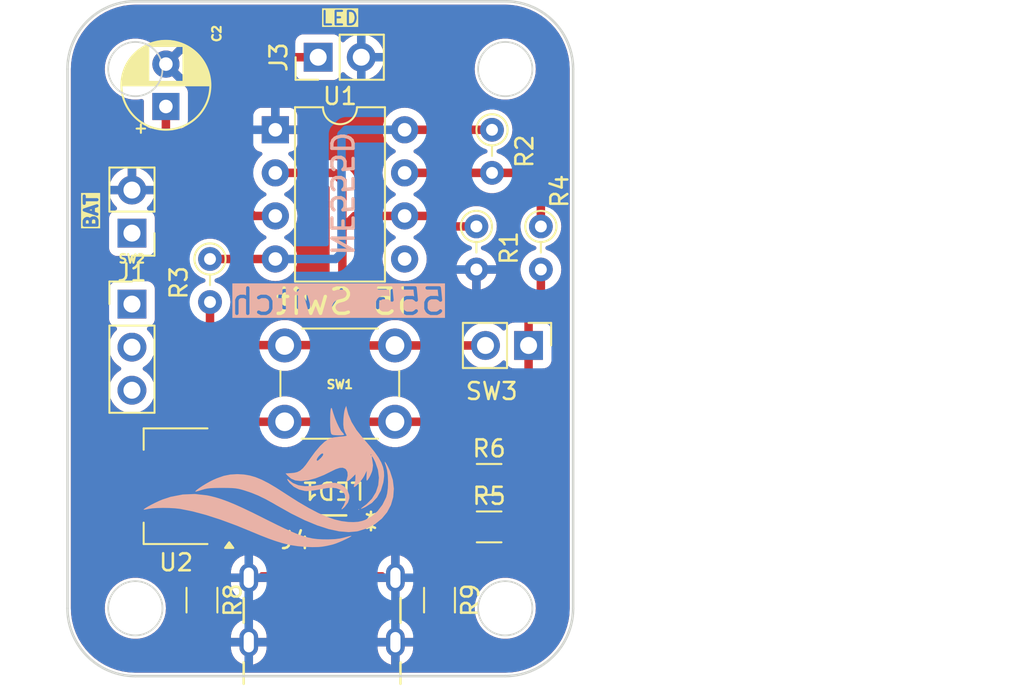
<source format=kicad_pcb>
(kicad_pcb (version 20240108) (generator "pcbnew") (generator_version "8.0")
  (layers (0 "F.Cu" signal) (31 "B.Cu" signal) (34 "B.Paste" user) (35 "F.Paste" user) (36 "B.SilkS" user "B.Silkscreen") (37 "F.SilkS" user "F.Silkscreen") (38 "B.Mask" user) (39 "F.Mask" user) (44 "Edge.Cuts" user))
  (net 0 "")
  (net 1 "Net-(C2-Pad1)")
  (net 2 "GND")
  (net 3 "Net-(U1-THR)")
  (net 4 "/VBAT")
  (net 5 "Net-(U1-DIS)")
  (net 7 "Net-(J4-CC1)")
  (net 8 "/VUSB")
  (net 9 "Net-(J3-Pin_1)")
  (net 10 "Net-(J4-CC2)")
  (net 11 "Net-(LED1-GND-Pad4)")
  (net 12 "/3V3")
  (net 13 "Net-(LED1-GND-Pad1)")
  (net 14 "VCC")
  (footprint "Package_TO_SOT_SMD:SOT-223-3_TabPin2" (layer "F.Cu") (at 116 115 180)
    (property "Reference" "U2" (at 0 -4.5 0) (layer "F.SilkS"))
    (property "Value" "AMS1117-3V3")
    (fp_line (start 1.91 3.41) (end 1.91 2.15) (stroke (width 0.12)) (layer "F.SilkS"))
    (fp_line (start 1.91 -3.41) (end 1.91 -2.15) (stroke (width 0.12)) (layer "F.SilkS"))
    (fp_line (start -1.85 3.41) (end 1.91 3.41) (stroke (width 0.12)) (layer "F.SilkS"))
    (fp_line (start -1.85 -3.41) (end 1.91 -3.41) (stroke (width 0.12)) (layer "F.SilkS"))
    (fp_poly (pts (xy -3.13 -3.31) (xy -3.37 -3.64) (xy -2.89 -3.64) (xy -3.13 -3.31)) (stroke (width 0.12)) (fill solid) (layer "F.SilkS"))
    (pad "1" smd roundrect (at -3.15 -2.3 180) (size 2 1.5) (layers "F.Cu" "F.Paste" "F.Mask") (net 8 "/VUSB"))
    (pad "2" smd roundrect (at -3.15 0 180) (size 2 1.5) (layers "F.Cu" "F.Paste" "F.Mask") (net 2 "GND"))
    (pad "2" smd roundrect (at 3.15 0 180) (size 2 3.8) (layers "F.Cu" "F.Paste" "F.Mask") (net 2 "GND"))
    (pad "3" smd roundrect (at -3.15 2.3 180) (size 2 1.5) (layers "F.Cu" "F.Paste" "F.Mask") (net 12 "/3V3"))
  )
  (footprint "Capacitor_THT:CP_Radial_D5.0mm_P2.50mm" (layer "F.Cu") (at 115.4 92.605113 90)
    (property "Reference" "C2" (at 4.3 3 -90) (layer "F.SilkS") (effects (font (size 0.5 0.5) (thickness 0.125))))
    (property "Value" "10uF")
    (fp_line (start 1.29 -2.58) (end 1.29 2.58) (stroke (width 0.12)) (layer "F.SilkS"))
    (fp_line (start 1.25 -2.58) (end 1.25 2.58) (stroke (width 0.12)) (layer "F.SilkS"))
    (fp_line (start 1.33 -2.579) (end 1.33 2.579) (stroke (width 0.12)) (layer "F.SilkS"))
    (fp_line (start 1.37 -2.578) (end 1.37 2.578) (stroke (width 0.12)) (layer "F.SilkS"))
    (fp_line (start 1.41 -2.576) (end 1.41 2.576) (stroke (width 0.12)) (layer "F.SilkS"))
    (fp_line (start 1.45 -2.573) (end 1.45 2.573) (stroke (width 0.12)) (layer "F.SilkS"))
    (fp_line (start 1.49 -2.569) (end 1.49 -1.04) (stroke (width 0.12)) (layer "F.SilkS"))
    (fp_line (start 1.53 -2.565) (end 1.53 -1.04) (stroke (width 0.12)) (layer "F.SilkS"))
    (fp_line (start 1.57 -2.561) (end 1.57 -1.04) (stroke (width 0.12)) (layer "F.SilkS"))
    (fp_line (start 1.61 -2.556) (end 1.61 -1.04) (stroke (width 0.12)) (layer "F.SilkS"))
    (fp_line (start 1.65 -2.55) (end 1.65 -1.04) (stroke (width 0.12)) (layer "F.SilkS"))
    (fp_line (start 1.69 -2.543) (end 1.69 -1.04) (stroke (width 0.12)) (layer "F.SilkS"))
    (fp_line (start 1.73 -2.536) (end 1.73 -1.04) (stroke (width 0.12)) (layer "F.SilkS"))
    (fp_line (start 1.77 -2.528) (end 1.77 -1.04) (stroke (width 0.12)) (layer "F.SilkS"))
    (fp_line (start 1.81 -2.52) (end 1.81 -1.04) (stroke (width 0.12)) (layer "F.SilkS"))
    (fp_line (start 1.85 -2.511) (end 1.85 -1.04) (stroke (width 0.12)) (layer "F.SilkS"))
    (fp_line (start 1.89 -2.501) (end 1.89 -1.04) (stroke (width 0.12)) (layer "F.SilkS"))
    (fp_line (start 1.93 -2.491) (end 1.93 -1.04) (stroke (width 0.12)) (layer "F.SilkS"))
    (fp_line (start 1.971 -2.48) (end 1.971 -1.04) (stroke (width 0.12)) (layer "F.SilkS"))
    (fp_line (start 2.011 -2.468) (end 2.011 -1.04) (stroke (width 0.12)) (layer "F.SilkS"))
    (fp_line (start 2.051 -2.455) (end 2.051 -1.04) (stroke (width 0.12)) (layer "F.SilkS"))
    (fp_line (start 2.091 -2.442) (end 2.091 -1.04) (stroke (width 0.12)) (layer "F.SilkS"))
    (fp_line (start 2.131 -2.428) (end 2.131 -1.04) (stroke (width 0.12)) (layer "F.SilkS"))
    (fp_line (start 2.171 -2.414) (end 2.171 -1.04) (stroke (width 0.12)) (layer "F.SilkS"))
    (fp_line (start 2.211 -2.398) (end 2.211 -1.04) (stroke (width 0.12)) (layer "F.SilkS"))
    (fp_line (start 2.251 -2.382) (end 2.251 -1.04) (stroke (width 0.12)) (layer "F.SilkS"))
    (fp_line (start 2.291 -2.365) (end 2.291 -1.04) (stroke (width 0.12)) (layer "F.SilkS"))
    (fp_line (start 2.331 -2.348) (end 2.331 -1.04) (stroke (width 0.12)) (layer "F.SilkS"))
    (fp_line (start 2.371 -2.329) (end 2.371 -1.04) (stroke (width 0.12)) (layer "F.SilkS"))
    (fp_line (start 2.411 -2.31) (end 2.411 -1.04) (stroke (width 0.12)) (layer "F.SilkS"))
    (fp_line (start 2.451 -2.29) (end 2.451 -1.04) (stroke (width 0.12)) (layer "F.SilkS"))
    (fp_line (start 2.491 -2.268) (end 2.491 -1.04) (stroke (width 0.12)) (layer "F.SilkS"))
    (fp_line (start 2.531 -2.247) (end 2.531 -1.04) (stroke (width 0.12)) (layer "F.SilkS"))
    (fp_line (start 2.571 -2.224) (end 2.571 -1.04) (stroke (width 0.12)) (layer "F.SilkS"))
    (fp_line (start 2.611 -2.2) (end 2.611 -1.04) (stroke (width 0.12)) (layer "F.SilkS"))
    (fp_line (start 2.651 -2.175) (end 2.651 -1.04) (stroke (width 0.12)) (layer "F.SilkS"))
    (fp_line (start 2.691 -2.149) (end 2.691 -1.04) (stroke (width 0.12)) (layer "F.SilkS"))
    (fp_line (start 2.731 -2.122) (end 2.731 -1.04) (stroke (width 0.12)) (layer "F.SilkS"))
    (fp_line (start 2.771 -2.095) (end 2.771 -1.04) (stroke (width 0.12)) (layer "F.SilkS"))
    (fp_line (start 2.811 -2.065) (end 2.811 -1.04) (stroke (width 0.12)) (layer "F.SilkS"))
    (fp_line (start 2.851 -2.035) (end 2.851 -1.04) (stroke (width 0.12)) (layer "F.SilkS"))
    (fp_line (start 2.891 -2.004) (end 2.891 -1.04) (stroke (width 0.12)) (layer "F.SilkS"))
    (fp_line (start 2.931 -1.971) (end 2.931 -1.04) (stroke (width 0.12)) (layer "F.SilkS"))
    (fp_line (start 2.971 -1.937) (end 2.971 -1.04) (stroke (width 0.12)) (layer "F.SilkS"))
    (fp_line (start 3.011 -1.901) (end 3.011 -1.04) (stroke (width 0.12)) (layer "F.SilkS"))
    (fp_line (start 3.051 -1.864) (end 3.051 -1.04) (stroke (width 0.12)) (layer "F.SilkS"))
    (fp_line (start 3.091 -1.826) (end 3.091 -1.04) (stroke (width 0.12)) (layer "F.SilkS"))
    (fp_line (start 3.131 -1.785) (end 3.131 -1.04) (stroke (width 0.12)) (layer "F.SilkS"))
    (fp_line (start 3.171 -1.743) (end 3.171 -1.04) (stroke (width 0.12)) (layer "F.SilkS"))
    (fp_line (start -1.304775 -1.725) (end -1.304775 -1.225) (stroke (width 0.12)) (layer "F.SilkS"))
    (fp_line (start 3.211 -1.699) (end 3.211 -1.04) (stroke (width 0.12)) (layer "F.SilkS"))
    (fp_line (start 3.251 -1.653) (end 3.251 -1.04) (stroke (width 0.12)) (layer "F.SilkS"))
    (fp_line (start 3.291 -1.605) (end 3.291 -1.04) (stroke (width 0.12)) (layer "F.SilkS"))
    (fp_line (start 3.331 -1.554) (end 3.331 -1.04) (stroke (width 0.12)) (layer "F.SilkS"))
    (fp_line (start 3.371 -1.5) (end 3.371 -1.04) (stroke (width 0.12)) (layer "F.SilkS"))
    (fp_line (start -1.554775 -1.475) (end -1.054775 -1.475) (stroke (width 0.12)) (layer "F.SilkS"))
    (fp_line (start 3.411 -1.443) (end 3.411 -1.04) (stroke (width 0.12)) (layer "F.SilkS"))
    (fp_line (start 3.451 -1.383) (end 3.451 -1.04) (stroke (width 0.12)) (layer "F.SilkS"))
    (fp_line (start 3.491 -1.319) (end 3.491 -1.04) (stroke (width 0.12)) (layer "F.SilkS"))
    (fp_line (start 3.531 -1.251) (end 3.531 -1.04) (stroke (width 0.12)) (layer "F.SilkS"))
    (fp_line (start 3.571 -1.178) (end 3.571 1.178) (stroke (width 0.12)) (layer "F.SilkS"))
    (fp_line (start 3.611 -1.098) (end 3.611 1.098) (stroke (width 0.12)) (layer "F.SilkS"))
    (fp_line (start 3.651 -1.011) (end 3.651 1.011) (stroke (width 0.12)) (layer "F.SilkS"))
    (fp_line (start 3.691 -0.915) (end 3.691 0.915) (stroke (width 0.12)) (layer "F.SilkS"))
    (fp_line (start 3.731 -0.805) (end 3.731 0.805) (stroke (width 0.12)) (layer "F.SilkS"))
    (fp_line (start 3.771 -0.677) (end 3.771 0.677) (stroke (width 0.12)) (layer "F.SilkS"))
    (fp_line (start 3.811 -0.518) (end 3.811 0.518) (stroke (width 0.12)) (layer "F.SilkS"))
    (fp_line (start 3.851 -0.284) (end 3.851 0.284) (stroke (width 0.12)) (layer "F.SilkS"))
    (fp_line (start 3.531 1.04) (end 3.531 1.251) (stroke (width 0.12)) (layer "F.SilkS"))
    (fp_line (start 3.491 1.04) (end 3.491 1.319) (stroke (width 0.12)) (layer "F.SilkS"))
    (fp_line (start 3.451 1.04) (end 3.451 1.383) (stroke (width 0.12)) (layer "F.SilkS"))
    (fp_line (start 3.411 1.04) (end 3.411 1.443) (stroke (width 0.12)) (layer "F.SilkS"))
    (fp_line (start 3.371 1.04) (end 3.371 1.5) (stroke (width 0.12)) (layer "F.SilkS"))
    (fp_line (start 3.331 1.04) (end 3.331 1.554) (stroke (width 0.12)) (layer "F.SilkS"))
    (fp_line (start 3.291 1.04) (end 3.291 1.605) (stroke (width 0.12)) (layer "F.SilkS"))
    (fp_line (start 3.251 1.04) (end 3.251 1.653) (stroke (width 0.12)) (layer "F.SilkS"))
    (fp_line (start 3.211 1.04) (end 3.211 1.699) (stroke (width 0.12)) (layer "F.SilkS"))
    (fp_line (start 3.171 1.04) (end 3.171 1.743) (stroke (width 0.12)) (layer "F.SilkS"))
    (fp_line (start 3.131 1.04) (end 3.131 1.785) (stroke (width 0.12)) (layer "F.SilkS"))
    (fp_line (start 3.091 1.04) (end 3.091 1.826) (stroke (width 0.12)) (layer "F.SilkS"))
    (fp_line (start 3.051 1.04) (end 3.051 1.864) (stroke (width 0.12)) (layer "F.SilkS"))
    (fp_line (start 3.011 1.04) (end 3.011 1.901) (stroke (width 0.12)) (layer "F.SilkS"))
    (fp_line (start 2.971 1.04) (end 2.971 1.937) (stroke (width 0.12)) (layer "F.SilkS"))
    (fp_line (start 2.931 1.04) (end 2.931 1.971) (stroke (width 0.12)) (layer "F.SilkS"))
    (fp_line (start 2.891 1.04) (end 2.891 2.004) (stroke (width 0.12)) (layer "F.SilkS"))
    (fp_line (start 2.851 1.04) (end 2.851 2.035) (stroke (width 0.12)) (layer "F.SilkS"))
    (fp_line (start 2.811 1.04) (end 2.811 2.065) (stroke (width 0.12)) (layer "F.SilkS"))
    (fp_line (start 2.771 1.04) (end 2.771 2.095) (stroke (width 0.12)) (layer "F.SilkS"))
    (fp_line (start 2.731 1.04) (end 2.731 2.122) (stroke (width 0.12)) (layer "F.SilkS"))
    (fp_line (start 2.691 1.04) (end 2.691 2.149) (stroke (width 0.12)) (layer "F.SilkS"))
    (fp_line (start 2.651 1.04) (end 2.651 2.175) (stroke (width 0.12)) (layer "F.SilkS"))
    (fp_line (start 2.611 1.04) (end 2.611 2.2) (stroke (width 0.12)) (layer "F.SilkS"))
    (fp_line (start 2.571 1.04) (end 2.571 2.224) (stroke (width 0.12)) (layer "F.SilkS"))
    (fp_line (start 2.531 1.04) (end 2.531 2.247) (stroke (width 0.12)) (layer "F.SilkS"))
    (fp_line (start 2.491 1.04) (end 2.491 2.268) (stroke (width 0.12)) (layer "F.SilkS"))
    (fp_line (start 2.451 1.04) (end 2.451 2.29) (stroke (width 0.12)) (layer "F.SilkS"))
    (fp_line (start 2.411 1.04) (end 2.411 2.31) (stroke (width 0.12)) (layer "F.SilkS"))
    (fp_line (start 2.371 1.04) (end 2.371 2.329) (stroke (width 0.12)) (layer "F.SilkS"))
    (fp_line (start 2.331 1.04) (end 2.331 2.348) (stroke (width 0.12)) (layer "F.SilkS"))
    (fp_line (start 2.291 1.04) (end 2.291 2.365) (stroke (width 0.12)) (layer "F.SilkS"))
    (fp_line (start 2.251 1.04) (end 2.251 2.382) (stroke (width 0.12)) (layer "F.SilkS"))
    (fp_line (start 2.211 1.04) (end 2.211 2.398) (stroke (width 0.12)) (layer "F.SilkS"))
    (fp_line (start 2.171 1.04) (end 2.171 2.414) (stroke (width 0.12)) (layer "F.SilkS"))
    (fp_line (start 2.131 1.04) (end 2.131 2.428) (stroke (width 0.12)) (layer "F.SilkS"))
    (fp_line (start 2.091 1.04) (end 2.091 2.442) (stroke (width 0.12)) (layer "F.SilkS"))
    (fp_line (start 2.051 1.04) (end 2.051 2.455) (stroke (width 0.12)) (layer "F.SilkS"))
    (fp_line (start 2.011 1.04) (end 2.011 2.468) (stroke (width 0.12)) (layer "F.SilkS"))
    (fp_line (start 1.971 1.04) (end 1.971 2.48) (stroke (width 0.12)) (layer "F.SilkS"))
    (fp_line (start 1.93 1.04) (end 1.93 2.491) (stroke (width 0.12)) (layer "F.SilkS"))
    (fp_line (start 1.89 1.04) (end 1.89 2.501) (stroke (width 0.12)) (layer "F.SilkS"))
    (fp_line (start 1.85 1.04) (end 1.85 2.511) (stroke (width 0.12)) (layer "F.SilkS"))
    (fp_line (start 1.81 1.04) (end 1.81 2.52) (stroke (width 0.12)) (layer "F.SilkS"))
    (fp_line (start 1.77 1.04) (end 1.77 2.528) (stroke (width 0.12)) (layer "F.SilkS"))
    (fp_line (start 1.73 1.04) (end 1.73 2.536) (stroke (width 0.12)) (layer "F.SilkS"))
    (fp_line (start 1.69 1.04) (end 1.69 2.543) (stroke (width 0.12)) (layer "F.SilkS"))
    (fp_line (start 1.65 1.04) (end 1.65 2.55) (stroke (width 0.12)) (layer "F.SilkS"))
    (fp_line (start 1.61 1.04) (end 1.61 2.556) (stroke (width 0.12)) (layer "F.SilkS"))
    (fp_line (start 1.57 1.04) (end 1.57 2.561) (stroke (width 0.12)) (layer "F.SilkS"))
    (fp_line (start 1.53 1.04) (end 1.53 2.565) (stroke (width 0.12)) (layer "F.SilkS"))
    (fp_line (start 1.49 1.04) (end 1.49 2.569) (stroke (width 0.12)) (layer "F.SilkS"))
    (fp_circle (center 1.25 0) (end 3.87 0) (stroke (width 0.12)) (fill none) (layer "F.SilkS"))
    (pad "1" thru_hole rect (at 0 0 90) (size 1.6 1.6) (drill 0.8) (layers "*.Cu" "*.Mask") (net 1 "Net-(C2-Pad1)"))
    (pad "2" thru_hole circle (at 2.5 0 90) (size 1.6 1.6) (drill 0.8) (layers "*.Cu" "*.Mask") (net 2 "GND"))
  )
  (footprint "Package_DIP:DIP-8_W7.62mm" (layer "F.Cu") (at 121.85 93.98)
    (property "Reference" "U1" (at 3.81 -1.98 0) (layer "F.SilkS"))
    (property "Value" "NE555D")
    (fp_line (start 1.16 -1.33) (end 1.16 8.95) (stroke (width 0.12)) (layer "F.SilkS"))
    (fp_line (start 1.16 8.95) (end 6.46 8.95) (stroke (width 0.12)) (layer "F.SilkS"))
    (fp_line (start 2.81 -1.33) (end 1.16 -1.33) (stroke (width 0.12)) (layer "F.SilkS"))
    (fp_line (start 6.46 -1.33) (end 4.81 -1.33) (stroke (width 0.12)) (layer "F.SilkS"))
    (fp_line (start 6.46 8.95) (end 6.46 -1.33) (stroke (width 0.12)) (layer "F.SilkS"))
    (fp_arc (start 4.81 -1.33) (mid 3.81 -0.33) (end 2.81 -1.33) (stroke (width 0.12)) (layer "F.SilkS"))
    (pad "1" thru_hole rect (at 0 0) (size 1.6 1.6) (drill 0.8) (layers "*.Cu" "*.Mask") (net 2 "GND"))
    (pad "2" thru_hole oval (at 0 2.54) (size 1.6 1.6) (drill 0.8) (layers "*.Cu" "*.Mask") (net 3 "Net-(U1-THR)"))
    (pad "3" thru_hole oval (at 0 5.08) (size 1.6 1.6) (drill 0.8) (layers "*.Cu" "*.Mask") (net 9 "Net-(J3-Pin_1)"))
    (pad "4" thru_hole oval (at 0 7.62) (size 1.6 1.6) (drill 0.8) (layers "*.Cu" "*.Mask") (net 14 "VCC"))
    (pad "5" thru_hole oval (at 7.62 7.62) (size 1.6 1.6) (drill 0.8) (layers "*.Cu" "*.Mask"))
    (pad "6" thru_hole oval (at 7.62 5.08) (size 1.6 1.6) (drill 0.8) (layers "*.Cu" "*.Mask") (net 3 "Net-(U1-THR)"))
    (pad "7" thru_hole oval (at 7.62 2.54) (size 1.6 1.6) (drill 0.8) (layers "*.Cu" "*.Mask") (net 5 "Net-(U1-DIS)"))
    (pad "8" thru_hole oval (at 7.62 0) (size 1.6 1.6) (drill 0.8) (layers "*.Cu" "*.Mask") (net 14 "VCC"))
  )
  (footprint "Resistor_THT:R_Axial_DIN0204_L3.6mm_D1.6mm_P2.54mm_Vertical" (layer "F.Cu") (at 137.5 99.68 -90)
    (property "Reference" "R4" (at -2.08 -1.1 90) (layer "F.SilkS"))
    (property "Value" "10k")
    (fp_line (start 0.92 0) (end 1.54 0) (stroke (width 0.12)) (layer "F.SilkS"))
    (fp_circle (center 0 0) (end 0.92 0) (stroke (width 0.12)) (fill none) (layer "F.SilkS"))
    (pad "1" thru_hole circle (at 0 0 270) (size 1.4 1.4) (drill 0.7) (layers "*.Cu" "*.Mask") (net 5 "Net-(U1-DIS)"))
    (pad "2" thru_hole oval (at 2.54 0 270) (size 1.4 1.4) (drill 0.7) (layers "*.Cu" "*.Mask") (net 1 "Net-(C2-Pad1)"))
  )
  (footprint "Resistor_SMD:R_1206_3216Metric_Pad1.30x1.75mm_HandSolder" (layer "F.Cu") (at 134.45 117.4)
    (property "Reference" "R5" (at 0 -1.82 0) (layer "F.SilkS"))
    (property "Value" "5k1")
    (fp_line (start -0.727064 -0.91) (end 0.727064 -0.91) (stroke (width 0.12)) (layer "F.SilkS"))
    (fp_line (start -0.727064 0.91) (end 0.727064 0.91) (stroke (width 0.12)) (layer "F.SilkS"))
    (pad "1" smd roundrect (at -1.55 0) (size 1.3 1.75) (layers "F.Cu" "F.Paste" "F.Mask") (roundrect_rratio 0.192308) (net 11 "Net-(LED1-GND-Pad4)"))
    (pad "2" smd roundrect (at 1.55 0) (size 1.3 1.75) (layers "F.Cu" "F.Paste" "F.Mask") (roundrect_rratio 0.192308) (net 2 "GND"))
  )
  (footprint "Connector_PinHeader_2.54mm:PinHeader_1x02_P2.54mm_Vertical" (layer "F.Cu") (at 113.4 100.075 180)
    (property "Reference" "J1" (at 0 -2.33 0) (layer "F.SilkS"))
    (property "Value" "3V3")
    (fp_line (start 1.33 1.27) (end 1.33 3.87) (stroke (width 0.12)) (layer "F.SilkS"))
    (fp_line (start -1.33 3.87) (end 1.33 3.87) (stroke (width 0.12)) (layer "F.SilkS"))
    (fp_line (start -1.33 1.27) (end 1.33 1.27) (stroke (width 0.12)) (layer "F.SilkS"))
    (fp_line (start -1.33 1.27) (end -1.33 3.87) (stroke (width 0.12)) (layer "F.SilkS"))
    (fp_line (start -1.33 0) (end -1.33 -1.33) (stroke (width 0.12)) (layer "F.SilkS"))
    (fp_line (start -1.33 -1.33) (end 0 -1.33) (stroke (width 0.12)) (layer "F.SilkS"))
    (pad "1" thru_hole rect (at 0 0 180) (size 1.7 1.7) (drill 1) (layers "*.Cu" "*.Mask") (net 4 "/VBAT"))
    (pad "2" thru_hole oval (at 0 2.54 180) (size 1.7 1.7) (drill 1) (layers "*.Cu" "*.Mask") (net 2 "GND"))
  )
  (footprint "Alexander Footprint Library:USB-C MOLEX 2171750001" (layer "F.Cu") (at 124.605 126.8)
    (property "Reference" "J4" (at -1.5875 -8.605 0) (layer "F.SilkS"))
    (property "Value" "USB-C_Receptacle_PowerOnly_6P_MOLEX-2171750001")
    (fp_line (start -4.62 -3.75) (end -4.62 -5.2) (stroke (width 0.15)) (layer "F.SilkS"))
    (fp_line (start -4.62 -0.15) (end -4.62 -1.4) (stroke (width 0.15)) (layer "F.SilkS"))
    (fp_line (start 4.62 -3.75) (end 4.62 -5.2) (stroke (width 0.15)) (layer "F.SilkS"))
    (fp_line (start 4.62 -0.15) (end 4.62 -1.4) (stroke (width 0.15)) (layer "F.SilkS"))
    (pad "A5" smd rect (at -0.5 -6.48) (size 0.7 1.2) (layers "F.Cu" "F.Paste") (net 7 "Net-(J4-CC1)"))
    (pad "A9" smd rect (at 1.52 -6.48) (size 0.76 1.2) (layers "F.Cu" "F.Paste") (net 8 "/VUSB"))
    (pad "A12" smd rect (at 2.75 -6.48) (size 0.8 1.2) (layers "F.Cu" "F.Paste") (net 2 "GND"))
    (pad "B5" smd rect (at 0.5 -6.48) (size 0.7 1.2) (layers "F.Cu" "F.Paste") (net 10 "Net-(J4-CC2)"))
    (pad "B9" smd rect (at -1.52 -6.48) (size 0.76 1.2) (layers "F.Cu" "F.Paste") (net 8 "/VUSB"))
    (pad "B12" smd rect (at -2.75 -6.48) (size 0.8 1.2) (layers "F.Cu" "F.Paste") (net 2 "GND"))
    (pad "S1" thru_hole oval (at -4.32 -2.6) (size 1.1 1.7) (drill oval 0.6 1.2) (layers "*.Cu" "*.Mask") (net 2 "GND"))
    (pad "S2" thru_hole oval (at 4.32 -2.6) (size 1.1 1.7) (drill oval 0.6 1.2) (layers "*.Cu" "*.Mask") (net 2 "GND"))
    (pad "S3" thru_hole oval (at -4.32 -6.4) (size 1.1 1.7) (drill oval 0.6 1.2) (layers "*.Cu" "*.Mask") (net 2 "GND"))
    (pad "S4" thru_hole oval (at 4.32 -6.4) (size 1.1 1.7) (drill oval 0.6 1.2) (layers "*.Cu" "*.Mask") (net 2 "GND"))
  )
  (footprint "Alexander Footprint Library:B1552_HVK-M" (layer "F.Cu") (at 125.249999 115.250001 180)
    (property "Reference" "LED1" (at 0 0 180) (layer "F.SilkS"))
    (property "Value" "LED-RED-GREEN-B1552USUG20D")
    (fp_line (start -0.777373 1.4732) (end 0.777373 1.4732) (stroke (width 0.1524)) (layer "F.SilkS"))
    (fp_line (start -0.777373 -1.4732) (end 0.777373 -1.4732) (stroke (width 0.1524)) (layer "F.SilkS"))
    (fp_text user "*" (at -2.2352 -1.8041 180) (layer "F.SilkS"))
    (fp_text user "*" (at -2.2352 -1.8041 0) (layer "F.SilkS"))
    (pad "1" smd rect (at -1.6002 -0.750001 180) (size 1.1176 1.0414) (layers "F.Cu" "F.Paste" "F.Mask") (net 13 "Net-(LED1-GND-Pad1)"))
    (pad "2" smd rect (at -1.6002 0.750001 180) (size 1.1176 1.0414) (layers "F.Cu" "F.Paste" "F.Mask") (net 14 "VCC"))
    (pad "3" smd rect (at 1.6002 0.750001 180) (size 1.1176 1.0414) (layers "F.Cu" "F.Paste" "F.Mask") (net 12 "/3V3"))
    (pad "4" smd rect (at 1.6002 -0.750001 180) (size 1.1176 1.0414) (layers "F.Cu" "F.Paste" "F.Mask") (net 11 "Net-(LED1-GND-Pad4)"))
  )
  (footprint "Resistor_SMD:R_1206_3216Metric_Pad1.30x1.75mm_HandSolder" (layer "F.Cu") (at 117.525 121.72 -90)
    (property "Reference" "R8" (at 0 -1.82 90) (layer "F.SilkS"))
    (property "Value" "5K7")
    (fp_line (start -0.727064 0.91) (end 0.727064 0.91) (stroke (width 0.12)) (layer "F.SilkS"))
    (fp_line (start -0.727064 -0.91) (end 0.727064 -0.91) (stroke (width 0.12)) (layer "F.SilkS"))
    (pad "1" smd roundrect (at -1.55 0 270) (size 1.3 1.75) (layers "F.Cu" "F.Paste" "F.Mask") (roundrect_rratio 0.192308) (net 2 "GND"))
    (pad "2" smd roundrect (at 1.55 0 270) (size 1.3 1.75) (layers "F.Cu" "F.Paste" "F.Mask") (roundrect_rratio 0.192308) (net 7 "Net-(J4-CC1)"))
  )
  (footprint "Connector_PinHeader_2.54mm:PinHeader_1x03_P2.54mm_Vertical" (layer "F.Cu") (at 113.4 104.26)
    (property "Reference" "SW2" (at -0.008 -2.672 0) (layer "F.SilkS") (effects (font (size 0.5 0.5) (thickness 0.125))))
    (property "Value" "SW_SPDT")
    (fp_line (start -1.33 -1.33) (end 0 -1.33) (stroke (width 0.12)) (layer "F.SilkS"))
    (fp_line (start -1.33 0) (end -1.33 -1.33) (stroke (width 0.12)) (layer "F.SilkS"))
    (fp_line (start -1.33 1.27) (end -1.33 6.41) (stroke (width 0.12)) (layer "F.SilkS"))
    (fp_line (start -1.33 1.27) (end 1.33 1.27) (stroke (width 0.12)) (layer "F.SilkS"))
    (fp_line (start -1.33 6.41) (end 1.33 6.41) (stroke (width 0.12)) (layer "F.SilkS"))
    (fp_line (start 1.33 1.27) (end 1.33 6.41) (stroke (width 0.12)) (layer "F.SilkS"))
    (pad "1" thru_hole rect (at 0 0) (size 1.7 1.7) (drill 1) (layers "*.Cu" "*.Mask") (net 4 "/VBAT"))
    (pad "2" thru_hole oval (at 0 2.54) (size 1.7 1.7) (drill 1) (layers "*.Cu" "*.Mask") (net 14 "VCC"))
    (pad "3" thru_hole oval (at 0 5.08) (size 1.7 1.7) (drill 1) (layers "*.Cu" "*.Mask") (net 12 "/3V3"))
  )
  (footprint "Resistor_SMD:R_1206_3216Metric_Pad1.30x1.75mm_HandSolder" (layer "F.Cu") (at 134.45 114.6)
    (property "Reference" "R6" (at 0 -1.82 0) (layer "F.SilkS"))
    (property "Value" "5k1")
    (fp_line (start -0.727064 -0.91) (end 0.727064 -0.91) (stroke (width 0.12)) (layer "F.SilkS"))
    (fp_line (start -0.727064 0.91) (end 0.727064 0.91) (stroke (width 0.12)) (layer "F.SilkS"))
    (pad "1" smd roundrect (at -1.55 0) (size 1.3 1.75) (layers "F.Cu" "F.Paste" "F.Mask") (roundrect_rratio 0.192308) (net 13 "Net-(LED1-GND-Pad1)"))
    (pad "2" smd roundrect (at 1.55 0) (size 1.3 1.75) (layers "F.Cu" "F.Paste" "F.Mask") (roundrect_rratio 0.192308) (net 2 "GND"))
  )
  (footprint "Resistor_SMD:R_1206_3216Metric_Pad1.30x1.75mm_HandSolder" (layer "F.Cu") (at 131.525 121.72 -90)
    (property "Reference" "R9" (at 0 -1.82 90) (layer "F.SilkS"))
    (property "Value" "5K7")
    (fp_line (start -0.727064 0.91) (end 0.727064 0.91) (stroke (width 0.12)) (layer "F.SilkS"))
    (fp_line (start -0.727064 -0.91) (end 0.727064 -0.91) (stroke (width 0.12)) (layer "F.SilkS"))
    (pad "1" smd roundrect (at -1.55 0 270) (size 1.3 1.75) (layers "F.Cu" "F.Paste" "F.Mask") (roundrect_rratio 0.192308) (net 2 "GND"))
    (pad "2" smd roundrect (at 1.55 0 270) (size 1.3 1.75) (layers "F.Cu" "F.Paste" "F.Mask") (roundrect_rratio 0.192308) (net 10 "Net-(J4-CC2)"))
  )
  (footprint "Resistor_THT:R_Axial_DIN0204_L3.6mm_D1.6mm_P2.54mm_Vertical" (layer "F.Cu") (at 133.7 99.68 -90)
    (property "Reference" "R1" (at 1.27 -1.92 90) (layer "F.SilkS"))
    (property "Value" "10k")
    (fp_line (start 0.92 0) (end 1.54 0) (stroke (width 0.12)) (layer "F.SilkS"))
    (fp_circle (center 0 0) (end 0.92 0) (stroke (width 0.12)) (fill none) (layer "F.SilkS"))
    (pad "1" thru_hole circle (at 0 0 270) (size 1.4 1.4) (drill 0.7) (layers "*.Cu" "*.Mask") (net 3 "Net-(U1-THR)"))
    (pad "2" thru_hole oval (at 2.54 0 270) (size 1.4 1.4) (drill 0.7) (layers "*.Cu" "*.Mask") (net 2 "GND"))
  )
  (footprint "Resistor_THT:R_Axial_DIN0204_L3.6mm_D1.6mm_P2.54mm_Vertical" (layer "F.Cu") (at 134.62 93.98 -90)
    (property "Reference" "R2" (at 1.27 -1.92 90) (layer "F.SilkS"))
    (property "Value" "10k")
    (fp_line (start 0.92 0) (end 1.54 0) (stroke (width 0.12)) (layer "F.SilkS"))
    (fp_circle (center 0 0) (end 0.92 0) (stroke (width 0.12)) (fill none) (layer "F.SilkS"))
    (pad "1" thru_hole circle (at 0 0 270) (size 1.4 1.4) (drill 0.7) (layers "*.Cu" "*.Mask") (net 14 "VCC"))
    (pad "2" thru_hole oval (at 2.54 0 270) (size 1.4 1.4) (drill 0.7) (layers "*.Cu" "*.Mask") (net 5 "Net-(U1-DIS)"))
  )
  (footprint "Connector_PinHeader_2.54mm:PinHeader_1x02_P2.54mm_Vertical" (layer "F.Cu") (at 124.375 89.7 90)
    (property "Reference" "J3" (at 0 -2.33 -90) (layer "F.SilkS"))
    (property "Value" "OUT")
    (fp_line (start -1.33 -1.33) (end 0 -1.33) (stroke (width 0.12)) (layer "F.SilkS"))
    (fp_line (start -1.33 0) (end -1.33 -1.33) (stroke (width 0.12)) (layer "F.SilkS"))
    (fp_line (start 1.33 1.27) (end 1.33 3.87) (stroke (width 0.12)) (layer "F.SilkS"))
    (fp_line (start -1.33 1.27) (end 1.33 1.27) (stroke (width 0.12)) (layer "F.SilkS"))
    (fp_line (start -1.33 1.27) (end -1.33 3.87) (stroke (width 0.12)) (layer "F.SilkS"))
    (fp_line (start -1.33 3.87) (end 1.33 3.87) (stroke (width 0.12)) (layer "F.SilkS"))
    (pad "1" thru_hole rect (at 0 0 90) (size 1.7 1.7) (drill 1) (layers "*.Cu" "*.Mask") (net 9 "Net-(J3-Pin_1)"))
    (pad "2" thru_hole oval (at 0 2.54 90) (size 1.7 1.7) (drill 1) (layers "*.Cu" "*.Mask") (net 2 "GND"))
  )
  (footprint "Connector_PinHeader_2.54mm:PinHeader_1x02_P2.54mm_Vertical" (layer "F.Cu") (at 136.775 106.7 -90)
    (property "Reference" "SW3" (at 2.7 2.175 0) (layer "F.SilkS"))
    (property "Value" "SW_Reed")
    (fp_line (start -1.33 3.87) (end 1.33 3.87) (stroke (width 0.12)) (layer "F.SilkS"))
    (fp_line (start -1.33 1.27) (end -1.33 3.87) (stroke (width 0.12)) (layer "F.SilkS"))
    (fp_line (start -1.33 1.27) (end 1.33 1.27) (stroke (width 0.12)) (layer "F.SilkS"))
    (fp_line (start 1.33 1.27) (end 1.33 3.87) (stroke (width 0.12)) (layer "F.SilkS"))
    (fp_line (start -1.33 0) (end -1.33 -1.33) (stroke (width 0.12)) (layer "F.SilkS"))
    (fp_line (start -1.33 -1.33) (end 0 -1.33) (stroke (width 0.12)) (layer "F.SilkS"))
    (pad "1" thru_hole rect (at 0 0 270) (size 1.7 1.7) (drill 1) (layers "*.Cu" "*.Mask") (net 1 "Net-(C2-Pad1)"))
    (pad "2" thru_hole oval (at 0 2.54 270) (size 1.7 1.7) (drill 1) (layers "*.Cu" "*.Mask") (net 3 "Net-(U1-THR)"))
  )
  (footprint "Resistor_THT:R_Axial_DIN0204_L3.6mm_D1.6mm_P2.54mm_Vertical" (layer "F.Cu") (at 118 101.6 -90)
    (property "Reference" "R3" (at 1.4 1.84 90) (layer "F.SilkS"))
    (property "Value" "10k")
    (fp_line (start 0.92 0) (end 1.54 0) (stroke (width 0.12)) (layer "F.SilkS"))
    (fp_circle (center 0 0) (end 0.92 0) (stroke (width 0.12)) (fill none) (layer "F.SilkS"))
    (pad "1" thru_hole circle (at 0 0 270) (size 1.4 1.4) (drill 0.7) (layers "*.Cu" "*.Mask") (net 14 "VCC"))
    (pad "2" thru_hole oval (at 2.54 0 270) (size 1.4 1.4) (drill 0.7) (layers "*.Cu" "*.Mask") (net 3 "Net-(U1-THR)"))
  )
  (footprint "Button_Switch_THT:SW_PUSH_6mm" (layer "F.Cu") (at 122.4 106.7)
    (property "Reference" "SW1" (at 3.25 2.3 0) (layer "F.SilkS") (effects (font (size 0.5 0.5) (thickness 0.125))))
    (property "Value" "SW_Push")
    (fp_line (start -0.25 1.5) (end -0.25 3) (stroke (width 0.12)) (layer "F.SilkS"))
    (fp_line (start 1 5.5) (end 5.5 5.5) (stroke (width 0.12)) (layer "F.SilkS"))
    (fp_line (start 5.5 -1) (end 1 -1) (stroke (width 0.12)) (layer "F.SilkS"))
    (fp_line (start 6.75 3) (end 6.75 1.5) (stroke (width 0.12)) (layer "F.SilkS"))
    (pad "1" thru_hole circle (at 0 0 90) (size 2 2) (drill 1.1) (layers "*.Cu" "*.Mask") (net 3 "Net-(U1-THR)"))
    (pad "1" thru_hole circle (at 6.5 0 90) (size 2 2) (drill 1.1) (layers "*.Cu" "*.Mask") (net 3 "Net-(U1-THR)"))
    (pad "2" thru_hole circle (at 0 4.5 90) (size 2 2) (drill 1.1) (layers "*.Cu" "*.Mask") (net 1 "Net-(C2-Pad1)"))
    (pad "2" thru_hole circle (at 6.5 4.5 90) (size 2 2) (drill 1.1) (layers "*.Cu" "*.Mask") (net 1 "Net-(C2-Pad1)"))
  )
  (footprint "LOGO" (layer "B.Cu") (at 121.4 114.4 180)
    (property "Reference" "G***" (hide yes))
    (property "Value" "LOGO" (hide yes))
    (fp_poly (pts (xy -5.335668 -1.973085) (xy -5.363457 -2.000875) (xy -5.391247 -1.973085) (xy -5.363457 -1.945295)) (fill solid) (layer "B.SilkS"))
    (fp_poly (pts (xy -3.72712 3.989192) (xy -3.720697 3.973961) (xy -3.701102 3.866879) (xy -3.687804 3.678866) (xy -3.680882 3.439975) (xy -3.680421 3.180261) (xy -3.686502 2.929778) (xy -3.699208 2.718581) (xy -3.716893 2.584464) (xy -3.741095 2.495828) (xy -3.784399 2.444513) (xy -3.873902 2.418422) (xy -4.036701 2.405456) (xy -4.127166 2.40129) (xy -4.314775 2.400001) (xy -4.449213 2.412314) (xy -4.501944 2.435572) (xy -4.501969 2.436169) (xy -4.463752 2.510156) (xy -4.414064 2.560438) (xy -4.317104 2.679269) (xy -4.202066 2.879038) (xy -4.080896 3.133656) (xy -3.965538 3.417032) (xy -3.867936 3.703076) (xy -3.83055 3.835011) (xy -3.788365 3.978468) (xy -3.75726 4.025597)) (fill solid) (layer "B.SilkS"))
    (fp_poly (pts (xy -1.16813 -0.243105) (xy -1.254216 -0.368794) (xy -1.28983 -0.413219) (xy -1.537879 -0.635483) (xy -1.849965 -0.79747) (xy -2.187325 -0.881187) (xy -2.314341 -0.888735) (xy -2.497037 -0.877155) (xy -2.746282 -0.845689) (xy -3.020446 -0.800025) (xy -3.14804 -0.774864) (xy -3.516275 -0.710602) (xy -3.805925 -0.692046) (xy -4.04028 -0.720434) (xy -4.242632 -0.797) (xy -4.312229 -0.836658) (xy -4.497239 -1.008267) (xy -4.588805 -1.225532) (xy -4.584459 -1.470239) (xy -4.481739 -1.724177) (xy -4.44078 -1.786433) (xy -4.359302 -1.917364) (xy -4.351943 -1.969709) (xy -4.412174 -1.941384) (xy -4.533468 -1.830304) (xy -4.544045 -1.819408) (xy -4.734665 -1.563229) (xy -4.815304 -1.302684) (xy -4.806573 -1.114052) (xy -4.700145 -0.833593) (xy -4.503297 -0.610752) (xy -4.312939 -0.494963) (xy -4.14564 -0.432054) (xy -3.973801 -0.400998) (xy -3.772034 -0.401933) (xy -3.514951 -0.434994) (xy -3.177163 -0.500319) (xy -3.173511 -0.501089) (xy -2.63863 -0.587136) (xy -2.183217 -0.60137) (xy -1.801259 -0.543037) (xy -1.486742 -0.411382) (xy -1.292451 -0.264967) (xy -1.187436 -0.180532) (xy -1.145933 -0.176798)) (fill solid) (layer "B.SilkS"))
    (fp_poly (pts (xy 5.006815 -1.088445) (xy 5.716318 -1.225058) (xy 6.200827 -1.383806) (xy 6.403664 -1.468934) (xy 6.626548 -1.573239) (xy 6.848558 -1.685444) (xy 7.048775 -1.794268) (xy 7.20628 -1.888432) (xy 7.300154 -1.956656) (xy 7.315527 -1.984838) (xy 7.254956 -1.98449) (xy 7.122033 -1.961789) (xy 7.024333 -1.940189) (xy 6.806471 -1.906915) (xy 6.509925 -1.886858) (xy 6.16638 -1.879979) (xy 5.807519 -1.886237) (xy 5.465025 -1.905592) (xy 5.170583 -1.938004) (xy 5.141138 -1.942582) (xy 4.426362 -2.086382) (xy 3.63366 -2.298797) (xy 2.770609 -2.57741) (xy 1.844784 -2.919804) (xy 1.010836 -3.260583) (xy 0.441355 -3.497514) (xy -0.046623 -3.688235) (xy -0.469864 -3.838501) (xy -0.845133 -3.954062) (xy -1.189195 -4.040673) (xy -1.371928 -4.078191) (xy -1.768371 -4.138227) (xy -2.195636 -4.177783) (xy -2.616347 -4.195041) (xy -2.993123 -4.188182) (xy -3.212913 -4.167752) (xy -3.467108 -4.123955) (xy -3.736305 -4.064944) (xy -3.876552 -4.027934) (xy -4.038283 -3.972815) (xy -4.23561 -3.893936) (xy -4.4451 -3.802307) (xy -4.643316 -3.708932) (xy -4.806823 -3.624819) (xy -4.912187 -3.560974) (xy -4.93761 -3.529586) (xy -4.878362 -3.533932) (xy -4.740991 -3.564298) (xy -4.553715 -3.61434) (xy -4.52896 -3.621444) (xy -4.263761 -3.683348) (xy -3.968882 -3.720103) (xy -3.608736 -3.735703) (xy -3.501532 -3.73678) (xy -3.19922 -3.733182) (xy -2.919835 -3.716451) (xy -2.650591 -3.682285) (xy -2.378702 -3.626385) (xy -2.091382 -3.544451) (xy -1.775843 -3.432183) (xy -1.419301 -3.28528) (xy -1.008967 -3.099444) (xy -0.532057 -2.870373) (xy 0.024217 -2.593769) (xy 0.277899 -2.465774) (xy 0.908788 -2.151193) (xy 1.457458 -1.888515) (xy 1.937016 -1.672463) (xy 2.360572 -1.497764) (xy 2.741233 -1.359144) (xy 3.092107 -1.251328) (xy 3.426303 -1.169041) (xy 3.575896 -1.138716) (xy 4.289098 -1.059268)) (fill solid) (layer "B.SilkS"))
    (fp_poly (pts (xy -6.905998 0.758162) (xy -6.962759 0.600951) (xy -7.033118 0.344256) (xy -7.076378 0.016472) (xy -7.092183 -0.34585) (xy -7.080174 -0.706159) (xy -7.039992 -1.027906) (xy -6.980883 -1.250547) (xy -6.763375 -1.690507) (xy -6.474123 -2.069435) (xy -6.127243 -2.373404) (xy -5.73685 -2.588488) (xy -5.563615 -2.648878) (xy -5.327801 -2.699081) (xy -5.056923 -2.71721) (xy -4.755393 -2.708697) (xy -4.35446 -2.660239) (xy -3.927847 -2.556931) (xy -3.466953 -2.394884) (xy -2.963179 -2.17021) (xy -2.407923 -1.879024) (xy -1.792584 -1.517437) (xy -1.108562 -1.081562) (xy -1.0071 -1.01457) (xy -0.492206 -0.683257) (xy -0.044687 -0.419341) (xy 0.351284 -0.216499) (xy 0.71153 -0.068411) (xy 1.051879 0.031245) (xy 1.388155 0.088791) (xy 1.736184 0.110546) (xy 1.811196 0.11116) (xy 2.209545 0.08793) (xy 2.587906 0.011875) (xy 2.985773 -0.126555) (xy 3.220465 -0.229596) (xy 3.426096 -0.333288) (xy 3.645126 -0.457079) (xy 3.857915 -0.588021) (xy 4.044822 -0.71317) (xy 4.186205 -0.819577) (xy 4.262422 -0.894296) (xy 4.267621 -0.919833) (xy 4.208774 -0.913924) (xy 4.073957 -0.878799) (xy 3.892101 -0.822016) (xy 3.888205 -0.820718) (xy 3.725225 -0.77192) (xy 3.56218 -0.738179) (xy 3.373334 -0.71692) (xy 3.132947 -0.705567) (xy 2.815283 -0.701544) (xy 2.695624 -0.701384) (xy 2.35618 -0.703448) (xy 2.098843 -0.711561) (xy 1.894597 -0.729039) (xy 1.714421 -0.7592) (xy 1.529299 -0.805361) (xy 1.367243 -0.853246) (xy 0.950955 -0.993823) (xy 0.547075 -1.159732) (xy 0.126735 -1.364384) (xy -0.338935 -1.621188) (xy -0.542279 -1.74028) (xy -1.387822 -2.215648) (xy -2.179537 -2.606384) (xy -2.915301 -2.911815) (xy -3.59299 -3.131273) (xy -4.210479 -3.264085) (xy -4.765643 -3.30958) (xy -5.256358 -3.267087) (xy -5.328395 -3.252158) (xy -5.86764 -3.080586) (xy -6.335668 -2.830855) (xy -6.727607 -2.512655) (xy -7.038587 -2.135675) (xy -7.263735 -1.709605) (xy -7.39818 -1.244134) (xy -7.437052 -0.748952) (xy -7.375479 -0.233748) (xy -7.20859 0.291789) (xy -7.162597 0.396304) (xy -7.060917 0.603512) (xy -6.977088 0.750807) (xy -6.918438 0.830684) (xy -6.892299 0.835638)) (fill solid) (layer "B.SilkS"))
    (fp_poly (pts (xy -4.556503 3.973961) (xy -4.520533 3.840385) (xy -4.487756 3.634631) (xy -4.464038 3.395647) (xy -4.460134 3.333896) (xy -4.454225 3.038515) (xy -4.480237 2.807976) (xy -4.54713 2.598354) (xy -4.654092 2.383309) (xy -4.612375 2.364187) (xy -4.484682 2.344093) (xy -4.2961 2.32668) (xy -4.240174 2.323042) (xy -3.873323 2.277556) (xy -3.602294 2.191422) (xy -3.584521 2.182588) (xy -3.348899 2.020904) (xy -3.082371 1.766082) (xy -2.794532 1.428501) (xy -2.49498 1.018542) (xy -2.458084 0.964056) (xy -2.251081 0.669692) (xy -2.075655 0.459558) (xy -1.912351 0.319129) (xy -1.741716 0.23388) (xy -1.544295 0.189288) (xy -1.402354 0.175843) (xy -1.049214 0.153357) (xy -1.17767 0.015818) (xy -1.384103 -0.158726) (xy -1.620776 -0.258269) (xy -1.91889 -0.294599) (xy -2.000875 -0.295241) (xy -2.386755 -0.252234) (xy -2.829533 -0.133031) (xy -3.31108 0.056544) (xy -3.709428 0.253548) (xy -4.010174 0.401117) (xy -4.241961 0.478647) (xy -4.420301 0.48836) (xy -4.560706 0.432478) (xy -4.618459 0.38373) (xy -4.698395 0.231726) (xy -4.711815 0.024236) (xy -4.657293 -0.20412) (xy -4.643968 -0.236214) (xy -4.627839 -0.319252) (xy -4.677618 -0.328735) (xy -4.78048 -0.269581) (xy -4.9236 -0.146704) (xy -4.953147 -0.117698) (xy -5.168928 0.098082) (xy -5.168928 -0.11408) (xy -5.153411 -0.299881) (xy -5.115666 -0.465845) (xy -5.111793 -0.476519) (xy -5.078233 -0.591861) (xy -5.07906 -0.651197) (xy -5.13753 -0.639037) (xy -5.240535 -0.557561) (xy -5.368361 -0.428161) (xy -5.501289 -0.27223) (xy -5.619604 -0.11116) (xy -5.6963 0.018497) (xy -5.838743 0.305689) (xy -5.82342 0.013861) (xy -5.819631 -0.148953) (xy -5.826307 -0.2547) (xy -5.835886 -0.277554) (xy -5.89623 -0.229792) (xy -5.977644 -0.108472) (xy -6.063382 0.055435) (xy -6.136699 0.230957) (xy -6.171345 0.342865) (xy -6.207717 0.632127) (xy -6.178753 0.870168) (xy -6.149992 1.029127) (xy -6.140164 1.13666) (xy -6.144537 1.160875) (xy -6.177076 1.12602) (xy -6.241939 1.0129) (xy -6.326013 0.844699) (xy -6.339244 0.816636) (xy -6.49792 0.360813) (xy -6.554463 -0.096231) (xy -6.512178 -0.540542) (xy -6.374371 -0.958169) (xy -6.144345 -1.335159) (xy -5.825407 -1.657561) (xy -5.737359 -1.724292) (xy -5.56755 -1.851199) (xy -5.4929 -1.920809) (xy -5.513486 -1.933402) (xy -5.629383 -1.889262) (xy -5.764656 -1.826023) (xy -6.144627 -1.582948) (xy -6.447032 -1.261132) (xy -6.670071 -0.86317) (xy -6.811949 -0.391655) (xy -6.830695 -0.28709) (xy -6.861483 -0.001007) (xy -6.853395 0.266591) (xy -6.800141 0.528729) (xy -6.695433 0.798433) (xy -6.53298 1.088728) (xy -6.419832 1.250547) (xy -6.113786 1.250547) (xy -6.085996 1.222757) (xy -6.058206 1.250547) (xy -6.085996 1.278337) (xy -6.113786 1.250547) (xy -6.419832 1.250547) (xy -6.384164 1.301558) (xy -3.276553 1.301558) (xy -3.249487 1.2128) (xy -3.144391 1.080121) (xy -3.116748 1.051742) (xy -2.989426 0.933278) (xy -2.919109 0.895195) (xy -2.891998 0.932181) (xy -2.890153 0.964532) (xy -2.927111 1.055442) (xy -3.015279 1.172388) (xy -3.120597 1.277341) (xy -3.209007 1.332273) (xy -3.220979 1.333917) (xy -3.276553 1.301558) (xy -6.384164 1.301558) (xy -6.306493 1.41264) (xy -6.009684 1.783195) (xy -5.636262 2.213417) (xy -5.608104 2.244971) (xy -5.233172 2.714919) (xy -4.945024 3.185268) (xy -4.751728 3.642009) (xy -4.703359 3.815277) (xy -4.626773 4.1407)) (fill solid) (layer "B.SilkS"))
  )
  (gr_line (start 113.6 86.4) (end 135.4 86.4) (stroke (width 0.15)) (layer "Edge.Cuts"))
  (gr_line (start 135.4 126.2) (end 113.6 126.2) (stroke (width 0.15)) (layer "Edge.Cuts"))
  (gr_arc (start 135.4 86.4) (mid 138.228427 87.571573) (end 139.4 90.4) (stroke (width 0.15)) (layer "Edge.Cuts"))
  (gr_arc (start 113.6 126.2) (mid 110.771573 125.028427) (end 109.6 122.2) (stroke (width 0.15)) (layer "Edge.Cuts"))
  (gr_circle (center 113.6 122.2) (end 113.6 120.6) (stroke (width 0.1)) (fill none) (layer "Edge.Cuts"))
  (gr_line (start 139.4 90.4) (end 139.4 122.2) (stroke (width 0.15)) (layer "Edge.Cuts"))
  (gr_line (start 109.6 122.2) (end 109.6 90.4) (stroke (width 0.15)) (layer "Edge.Cuts"))
  (gr_circle (center 113.6 90.4) (end 113.6 88.8) (stroke (width 0.1)) (fill none) (layer "Edge.Cuts"))
  (gr_arc (start 139.4 122.2) (mid 138.228427 125.028427) (end 135.4 126.2) (stroke (width 0.15)) (layer "Edge.Cuts"))
  (gr_circle (center 135.4 90.4) (end 135.4 88.8) (stroke (width 0.1)) (fill none) (layer "Edge.Cuts"))
  (gr_circle (center 135.4 122.2) (end 135.4 120.6) (stroke (width 0.1)) (fill none) (layer "Edge.Cuts"))
  (gr_arc (start 109.6 90.4) (mid 110.771573 87.571573) (end 113.6 86.4) (stroke (width 0.15)) (layer "Edge.Cuts"))
  (gr_text "NE555D" (at 125.75 97.75 270) (layer "B.SilkS") (effects (font (size 1.25 1.25) (thickness 0.2) (bold yes)) (justify mirror)))
  (gr_text "555 Switch" (at 132 105 0) (layer "B.SilkS" knockout) (effects (font (size 1.5 1.5) (thickness 0.2) (bold yes)) (justify left bottom mirror)))
  (gr_text "BAT" (at 111 98.8 90) (layer "F.SilkS" knockout) (effects (font (size 0.75 0.75) (thickness 0.1875) (bold yes))))
  (gr_text "ON / OFF" (at 121.8 104.6 0) (layer "F.SilkS" knockout) (effects (font (size 1 1) (thickness 0.2) (bold yes)) (justify left bottom)))
  (gr_text "LED" (at 125.65 87.4 0) (layer "F.SilkS" knockout) (effects (font (size 0.8 0.8) (thickness 0.125) (bold yes))))
  (segment (start 115.4 94.8) (end 116.2 95.6) (width 0.5) (layer "F.Cu") (net 1))
  (segment (start 137.5 103.9) (end 137.5 102.22) (width 0.5) (layer "F.Cu") (net 1))
  (segment (start 136.775 110.525) (end 136.775 106.7) (width 0.5) (layer "F.Cu") (net 1))
  (segment (start 120.8 111.2) (end 122.4 111.2) (width 0.5) (layer "F.Cu") (net 1))
  (segment (start 136.775 106.7) (end 136.775 104.625) (width 0.5) (layer "F.Cu") (net 1))
  (segment (start 116.2 95.6) (end 116.2 106.6) (width 0.5) (layer "F.Cu") (net 1))
  (segment (start 136.775 104.625) (end 137.5 103.9) (width 0.5) (layer "F.Cu") (net 1))
  (segment (start 128.9 111.2) (end 136.1 111.2) (width 0.5) (layer "F.Cu") (net 1))
  (segment (start 136.1 111.2) (end 136.775 110.525) (width 0.5) (layer "F.Cu") (net 1))
  (segment (start 116.2 106.6) (end 120.8 111.2) (width 0.5) (layer "F.Cu") (net 1))
  (segment (start 122.4 111.2) (end 128.9 111.2) (width 0.5) (layer "F.Cu") (net 1))
  (segment (start 115.4 92.605113) (end 115.4 94.8) (width 0.5) (layer "F.Cu") (net 1))
  (segment (start 118 105.9) (end 118 104.14) (width 0.5) (layer "F.Cu") (net 3))
  (segment (start 128.9 106.7) (end 134.235 106.7) (width 0.5) (layer "F.Cu") (net 3))
  (segment (start 125.8 99.8) (end 125.8 106.08) (width 0.5) (layer "F.Cu") (net 3))
  (segment (start 125.8 97) (end 125.8 99.8) (width 0.5) (layer "F.Cu") (net 3))
  (segment (start 129.54 99.06) (end 126.54 99.06) (width 0.5) (layer "F.Cu") (net 3))
  (segment (start 125.8 106.08) (end 125.2 106.68) (width 0.5) (layer "F.Cu") (net 3))
  (segment (start 118.78 106.68) (end 118 105.9) (width 0.5) (layer "F.Cu") (net 3))
  (segment (start 131.88 99.68) (end 133.7 99.68) (width 0.5) (layer "F.Cu") (net 3))
  (segment (start 129.54 99.06) (end 131.26 99.06) (width 0.5) (layer "F.Cu") (net 3))
  (segment (start 127.29 106.68) (end 127.31 106.7) (width 0.5) (layer "F.Cu") (net 3))
  (segment (start 127.31 106.7) (end 128.9 106.7) (width 0.5) (layer "F.Cu") (net 3))
  (segment (start 125.32 96.52) (end 125.8 97) (width 0.5) (layer "F.Cu") (net 3))
  (segment (start 125.2 106.68) (end 118.78 106.68) (width 0.5) (layer "F.Cu") (net 3))
  (segment (start 121.92 96.52) (end 125.32 96.52) (width 0.5) (layer "F.Cu") (net 3))
  (segment (start 125.2 106.68) (end 127.29 106.68) (width 0.5) (layer "F.Cu") (net 3))
  (segment (start 131.26 99.06) (end 131.88 99.68) (width 0.5) (layer "F.Cu") (net 3))
  (segment (start 126.54 99.06) (end 125.8 99.8) (width 0.5) (layer "F.Cu") (net 3))
  (segment (start 129.54 96.52) (end 134.62 96.52) (width 0.5) (layer "F.Cu") (net 5))
  (segment (start 137.5 97.4) (end 137.5 99.68) (width 0.5) (layer "F.Cu") (net 5))
  (segment (start 136.62 96.52) (end 137.5 97.4) (width 0.5) (layer "F.Cu") (net 5))
  (segment (start 134.62 96.52) (end 136.62 96.52) (width 0.5) (layer "F.Cu") (net 5))
  (segment (start 124.105 121.695) (end 124.105 120.32) (width 0.2) (layer "F.Cu") (net 7))
  (segment (start 123.6 122.2) (end 124.105 121.695) (width 0.2) (layer "F.Cu") (net 7))
  (segment (start 117.525 123.27) (end 117.83 123.27) (width 0.2) (layer "F.Cu") (net 7))
  (segment (start 118.9 122.2) (end 123.6 122.2) (width 0.2) (layer "F.Cu") (net 7))
  (segment (start 117.83 123.27) (end 118.9 122.2) (width 0.2) (layer "F.Cu") (net 7))
  (segment (start 126.125 120.32) (end 126.125 118.925) (width 0.5) (layer "F.Cu") (net 8))
  (segment (start 120.7 117.3) (end 121.9 118.5) (width 0.5) (layer "F.Cu") (net 8))
  (segment (start 123.1 119.3) (end 123.085 119.315) (width 0.5) (layer "F.Cu") (net 8))
  (segment (start 126.125 118.925) (end 125.7 118.5) (width 0.5) (layer "F.Cu") (net 8))
  (segment (start 123.085 119.315) (end 123.085 120.32) (width 0.5) (layer "F.Cu") (net 8))
  (segment (start 123.1 118.9) (end 123.1 119.3) (width 0.5) (layer "F.Cu") (net 8))
  (segment (start 125.7 118.5) (end 123.5 118.5) (width 0.5) (layer "F.Cu") (net 8))
  (segment (start 121.9 118.5) (end 123.5 118.5) (width 0.5) (layer "F.Cu") (net 8))
  (segment (start 123.5 118.5) (end 123.1 118.9) (width 0.5) (layer "F.Cu") (net 8))
  (segment (start 119.15 117.3) (end 120.7 117.3) (width 0.5) (layer "F.Cu") (net 8))
  (segment (start 119.6 98.1) (end 119.6 90.6) (width 0.5) (layer "F.Cu") (net 9))
  (segment (start 121.92 99.06) (end 120.56 99.06) (width 0.5) (layer "F.Cu") (net 9))
  (segment (start 120.5 89.7) (end 124.375 89.7) (width 0.5) (layer "F.Cu") (net 9))
  (segment (start 120.56 99.06) (end 119.6 98.1) (width 0.5) (layer "F.Cu") (net 9))
  (segment (start 119.6 90.6) (end 120.5 89.7) (width 0.5) (layer "F.Cu") (net 9))
  (segment (start 125.105 121.705) (end 125.6 122.2) (width 0.2) (layer "F.Cu") (net 10))
  (segment (start 131.27 123.27) (end 131.525 123.27) (width 0.2) (layer "F.Cu") (net 10))
  (segment (start 125.6 122.2) (end 130.2 122.2) (width 0.2) (layer "F.Cu") (net 10))
  (segment (start 125.105 120.32) (end 125.105 121.705) (width 0.2) (layer "F.Cu") (net 10))
  (segment (start 130.2 122.2) (end 131.27 123.27) (width 0.2) (layer "F.Cu") (net 10))
  (segment (start 129.54 93.98) (end 134.62 93.98) (width 0.5) (layer "F.Cu") (net 14))
  (segment (start 118 101.6) (end 121.92 101.6) (width 0.5) (layer "F.Cu") (net 14))
  (segment (start 125.75 94.25) (end 126.02 93.98) (width 0.5) (layer "B.Cu") (net 14))
  (segment (start 125.4 101.6) (end 125.75 101.25) (width 0.5) (layer "B.Cu") (net 14))
  (segment (start 125.75 101.25) (end 125.75 94.25) (width 0.5) (layer "B.Cu") (net 14))
  (segment (start 121.92 101.6) (end 125.4 101.6) (width 0.5) (layer "B.Cu") (net 14))
  (segment (start 126.02 93.98) (end 129.54 93.98) (width 0.5) (layer "B.Cu") (net 14))
  (zone (net 2) (net_name "GND") (layer "F.Cu") (priority 1) (connect_pads (clearance 0.5)) (min_thickness 0.25) (fill yes (thermal_gap 0.5) (thermal_bridge_width 0.5) (island_removal_mode 1) (island_area_min 10))
    (polygon (pts (xy 109.6 86.4) (xy 139.4 86.4) (xy 139.4 126.2) (xy 109.6 126.2)))
  )
  (zone (net 2) (net_name "GND") (layer "B.Cu") (connect_pads (clearance 0.5)) (min_thickness 0.25) (fill yes (thermal_gap 0.5) (thermal_bridge_width 0.5) (island_removal_mode 1) (island_area_min 10))
    (polygon (pts (xy 109.6 86.4) (xy 139.4 86.4) (xy 139.6 126.2) (xy 109.6 126.2)))
  )
)
</source>
